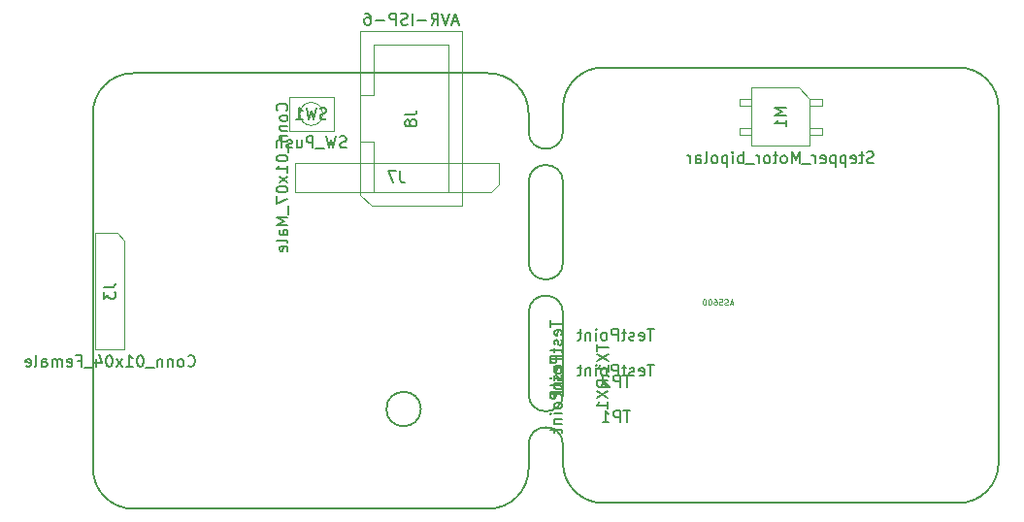
<source format=gbr>
%TF.GenerationSoftware,KiCad,Pcbnew,(5.1.8-0-10_14)*%
%TF.CreationDate,2021-08-18T13:43:03+02:00*%
%TF.ProjectId,ethersweep,65746865-7273-4776-9565-702e6b696361,2.0.1*%
%TF.SameCoordinates,Original*%
%TF.FileFunction,Other,Fab,Bot*%
%FSLAX46Y46*%
G04 Gerber Fmt 4.6, Leading zero omitted, Abs format (unit mm)*
G04 Created by KiCad (PCBNEW (5.1.8-0-10_14)) date 2021-08-18 13:43:03*
%MOMM*%
%LPD*%
G01*
G04 APERTURE LIST*
%TA.AperFunction,Profile*%
%ADD10C,0.150000*%
%TD*%
%ADD11C,0.100000*%
%ADD12C,0.150000*%
%ADD13C,0.015000*%
G04 APERTURE END LIST*
D10*
X198000000Y-81000000D02*
G75*
G02*
X201500000Y-84500000I0J-3500000D01*
G01*
X160500000Y-115500000D02*
X160500000Y-113900000D01*
X163500000Y-86600000D02*
X163500000Y-85000000D01*
X163500000Y-86600000D02*
G75*
G02*
X160500000Y-86600000I-1500000J0D01*
G01*
X163500000Y-115500000D02*
X163500000Y-113900000D01*
X160500000Y-86600000D02*
X160500000Y-85000000D01*
X160500000Y-113900000D02*
G75*
G02*
X163500000Y-113900000I1500000J0D01*
G01*
X163500000Y-98000000D02*
G75*
G02*
X160500000Y-98000000I-1500000J0D01*
G01*
X160500000Y-91000000D02*
G75*
G02*
X163500000Y-91000000I1500000J0D01*
G01*
X163500000Y-98000000D02*
X163500000Y-91000000D01*
X160500000Y-109500000D02*
X160500000Y-102400000D01*
X160500000Y-102400000D02*
G75*
G02*
X163500000Y-102400000I1500000J0D01*
G01*
X160500000Y-98000000D02*
X160500000Y-91000000D01*
X163500000Y-109500000D02*
X163500000Y-102400000D01*
X163500000Y-109500000D02*
G75*
G02*
X160500000Y-109500000I-1500000J0D01*
G01*
X160500000Y-116000000D02*
X160500000Y-115500000D01*
X163500000Y-84500000D02*
X163500000Y-85000000D01*
X151100000Y-110800000D02*
G75*
G03*
X151100000Y-110800000I-1500000J0D01*
G01*
X126000000Y-119500000D02*
G75*
G02*
X122500000Y-116000000I0J3500000D01*
G01*
X126000000Y-119500000D02*
X157000000Y-119500000D01*
X167000000Y-81000000D02*
X198000000Y-81000000D01*
X163500000Y-84500000D02*
G75*
G02*
X167000000Y-81000000I3500000J0D01*
G01*
X201500000Y-115500000D02*
G75*
G02*
X198000000Y-119000000I-3500000J0D01*
G01*
X167000000Y-119000000D02*
G75*
G02*
X163500000Y-115500000I0J3500000D01*
G01*
X167000000Y-119000000D02*
X198000000Y-119000000D01*
X201500000Y-115500000D02*
X201500000Y-84500000D01*
X122500000Y-85000000D02*
X122500000Y-116000000D01*
X160500000Y-116000000D02*
G75*
G02*
X157000000Y-119500000I-3500000J0D01*
G01*
X157000000Y-81500000D02*
G75*
G02*
X160500000Y-85000000I0J-3500000D01*
G01*
X122500000Y-85000000D02*
G75*
G02*
X126000000Y-81500000I3500000J0D01*
G01*
X157000000Y-81500000D02*
X126000000Y-81500000D01*
D11*
X145820000Y-92100000D02*
X146820000Y-93100000D01*
X146820000Y-93100000D02*
X154720000Y-93100000D01*
X154720000Y-93100000D02*
X154720000Y-77820000D01*
X154720000Y-77820000D02*
X145820000Y-77820000D01*
X145820000Y-77820000D02*
X145820000Y-92100000D01*
X145820000Y-87510000D02*
X147020000Y-87510000D01*
X147020000Y-87510000D02*
X147020000Y-91910000D01*
X147020000Y-91910000D02*
X153520000Y-91910000D01*
X153520000Y-91910000D02*
X153520000Y-79010000D01*
X153520000Y-79010000D02*
X147020000Y-79010000D01*
X147020000Y-79010000D02*
X147020000Y-83410000D01*
X147020000Y-83410000D02*
X147020000Y-83410000D01*
X147020000Y-83410000D02*
X145820000Y-83410000D01*
X125270000Y-96065000D02*
X124635000Y-95430000D01*
X125270000Y-105590000D02*
X125270000Y-96065000D01*
X122730000Y-105590000D02*
X125270000Y-105590000D01*
X122730000Y-95430000D02*
X122730000Y-105590000D01*
X124635000Y-95430000D02*
X122730000Y-95430000D01*
X178900000Y-86890000D02*
X179960000Y-86890000D01*
X178900000Y-86250000D02*
X178900000Y-86890000D01*
X179960000Y-86250000D02*
X178900000Y-86250000D01*
X186100000Y-86890000D02*
X185040000Y-86890000D01*
X186100000Y-86250000D02*
X186100000Y-86890000D01*
X185040000Y-86250000D02*
X186100000Y-86250000D01*
X178900000Y-84350000D02*
X179960000Y-84350000D01*
X178900000Y-83710000D02*
X178900000Y-84350000D01*
X179960000Y-83710000D02*
X178900000Y-83710000D01*
X186100000Y-84350000D02*
X185040000Y-84350000D01*
X186100000Y-83710000D02*
X186100000Y-84350000D01*
X185040000Y-83710000D02*
X186100000Y-83710000D01*
X179960000Y-82760000D02*
X179960000Y-87840000D01*
X185040000Y-83710000D02*
X184090000Y-82760000D01*
X185040000Y-87840000D02*
X185040000Y-83710000D01*
X184090000Y-82760000D02*
X179960000Y-82760000D01*
X179960000Y-87840000D02*
X185040000Y-87840000D01*
X139600000Y-83600000D02*
X139600000Y-86500000D01*
X143500000Y-83600000D02*
X139600000Y-83600000D01*
X143500000Y-86500000D02*
X143500000Y-83600000D01*
X139600000Y-86500000D02*
X143500000Y-86500000D01*
X142550000Y-85050000D02*
G75*
G03*
X142550000Y-85050000I-1000000J0D01*
G01*
X157235000Y-91870000D02*
X157870000Y-91235000D01*
X140090000Y-91870000D02*
X157235000Y-91870000D01*
X140090000Y-89330000D02*
X140090000Y-91870000D01*
X157870000Y-89330000D02*
X140090000Y-89330000D01*
X157870000Y-91235000D02*
X157870000Y-89330000D01*
D12*
X154365238Y-76986666D02*
X153889047Y-76986666D01*
X154460476Y-77272380D02*
X154127142Y-76272380D01*
X153793809Y-77272380D01*
X153603333Y-76272380D02*
X153270000Y-77272380D01*
X152936666Y-76272380D01*
X152031904Y-77272380D02*
X152365238Y-76796190D01*
X152603333Y-77272380D02*
X152603333Y-76272380D01*
X152222380Y-76272380D01*
X152127142Y-76320000D01*
X152079523Y-76367619D01*
X152031904Y-76462857D01*
X152031904Y-76605714D01*
X152079523Y-76700952D01*
X152127142Y-76748571D01*
X152222380Y-76796190D01*
X152603333Y-76796190D01*
X151603333Y-76891428D02*
X150841428Y-76891428D01*
X150365238Y-77272380D02*
X150365238Y-76272380D01*
X149936666Y-77224761D02*
X149793809Y-77272380D01*
X149555714Y-77272380D01*
X149460476Y-77224761D01*
X149412857Y-77177142D01*
X149365238Y-77081904D01*
X149365238Y-76986666D01*
X149412857Y-76891428D01*
X149460476Y-76843809D01*
X149555714Y-76796190D01*
X149746190Y-76748571D01*
X149841428Y-76700952D01*
X149889047Y-76653333D01*
X149936666Y-76558095D01*
X149936666Y-76462857D01*
X149889047Y-76367619D01*
X149841428Y-76320000D01*
X149746190Y-76272380D01*
X149508095Y-76272380D01*
X149365238Y-76320000D01*
X148936666Y-77272380D02*
X148936666Y-76272380D01*
X148555714Y-76272380D01*
X148460476Y-76320000D01*
X148412857Y-76367619D01*
X148365238Y-76462857D01*
X148365238Y-76605714D01*
X148412857Y-76700952D01*
X148460476Y-76748571D01*
X148555714Y-76796190D01*
X148936666Y-76796190D01*
X147936666Y-76891428D02*
X147174761Y-76891428D01*
X146270000Y-76272380D02*
X146460476Y-76272380D01*
X146555714Y-76320000D01*
X146603333Y-76367619D01*
X146698571Y-76510476D01*
X146746190Y-76700952D01*
X146746190Y-77081904D01*
X146698571Y-77177142D01*
X146650952Y-77224761D01*
X146555714Y-77272380D01*
X146365238Y-77272380D01*
X146270000Y-77224761D01*
X146222380Y-77177142D01*
X146174761Y-77081904D01*
X146174761Y-76843809D01*
X146222380Y-76748571D01*
X146270000Y-76700952D01*
X146365238Y-76653333D01*
X146555714Y-76653333D01*
X146650952Y-76700952D01*
X146698571Y-76748571D01*
X146746190Y-76843809D01*
X149722380Y-85126666D02*
X150436666Y-85126666D01*
X150579523Y-85079047D01*
X150674761Y-84983809D01*
X150722380Y-84840952D01*
X150722380Y-84745714D01*
X150150952Y-85745714D02*
X150103333Y-85650476D01*
X150055714Y-85602857D01*
X149960476Y-85555238D01*
X149912857Y-85555238D01*
X149817619Y-85602857D01*
X149770000Y-85650476D01*
X149722380Y-85745714D01*
X149722380Y-85936190D01*
X149770000Y-86031428D01*
X149817619Y-86079047D01*
X149912857Y-86126666D01*
X149960476Y-86126666D01*
X150055714Y-86079047D01*
X150103333Y-86031428D01*
X150150952Y-85936190D01*
X150150952Y-85745714D01*
X150198571Y-85650476D01*
X150246190Y-85602857D01*
X150341428Y-85555238D01*
X150531904Y-85555238D01*
X150627142Y-85602857D01*
X150674761Y-85650476D01*
X150722380Y-85745714D01*
X150722380Y-85936190D01*
X150674761Y-86031428D01*
X150627142Y-86079047D01*
X150531904Y-86126666D01*
X150341428Y-86126666D01*
X150246190Y-86079047D01*
X150198571Y-86031428D01*
X150150952Y-85936190D01*
X130785714Y-107007142D02*
X130833333Y-107054761D01*
X130976190Y-107102380D01*
X131071428Y-107102380D01*
X131214285Y-107054761D01*
X131309523Y-106959523D01*
X131357142Y-106864285D01*
X131404761Y-106673809D01*
X131404761Y-106530952D01*
X131357142Y-106340476D01*
X131309523Y-106245238D01*
X131214285Y-106150000D01*
X131071428Y-106102380D01*
X130976190Y-106102380D01*
X130833333Y-106150000D01*
X130785714Y-106197619D01*
X130214285Y-107102380D02*
X130309523Y-107054761D01*
X130357142Y-107007142D01*
X130404761Y-106911904D01*
X130404761Y-106626190D01*
X130357142Y-106530952D01*
X130309523Y-106483333D01*
X130214285Y-106435714D01*
X130071428Y-106435714D01*
X129976190Y-106483333D01*
X129928571Y-106530952D01*
X129880952Y-106626190D01*
X129880952Y-106911904D01*
X129928571Y-107007142D01*
X129976190Y-107054761D01*
X130071428Y-107102380D01*
X130214285Y-107102380D01*
X129452380Y-106435714D02*
X129452380Y-107102380D01*
X129452380Y-106530952D02*
X129404761Y-106483333D01*
X129309523Y-106435714D01*
X129166666Y-106435714D01*
X129071428Y-106483333D01*
X129023809Y-106578571D01*
X129023809Y-107102380D01*
X128547619Y-106435714D02*
X128547619Y-107102380D01*
X128547619Y-106530952D02*
X128500000Y-106483333D01*
X128404761Y-106435714D01*
X128261904Y-106435714D01*
X128166666Y-106483333D01*
X128119047Y-106578571D01*
X128119047Y-107102380D01*
X127880952Y-107197619D02*
X127119047Y-107197619D01*
X126690476Y-106102380D02*
X126595238Y-106102380D01*
X126500000Y-106150000D01*
X126452380Y-106197619D01*
X126404761Y-106292857D01*
X126357142Y-106483333D01*
X126357142Y-106721428D01*
X126404761Y-106911904D01*
X126452380Y-107007142D01*
X126500000Y-107054761D01*
X126595238Y-107102380D01*
X126690476Y-107102380D01*
X126785714Y-107054761D01*
X126833333Y-107007142D01*
X126880952Y-106911904D01*
X126928571Y-106721428D01*
X126928571Y-106483333D01*
X126880952Y-106292857D01*
X126833333Y-106197619D01*
X126785714Y-106150000D01*
X126690476Y-106102380D01*
X125404761Y-107102380D02*
X125976190Y-107102380D01*
X125690476Y-107102380D02*
X125690476Y-106102380D01*
X125785714Y-106245238D01*
X125880952Y-106340476D01*
X125976190Y-106388095D01*
X125071428Y-107102380D02*
X124547619Y-106435714D01*
X125071428Y-106435714D02*
X124547619Y-107102380D01*
X123976190Y-106102380D02*
X123880952Y-106102380D01*
X123785714Y-106150000D01*
X123738095Y-106197619D01*
X123690476Y-106292857D01*
X123642857Y-106483333D01*
X123642857Y-106721428D01*
X123690476Y-106911904D01*
X123738095Y-107007142D01*
X123785714Y-107054761D01*
X123880952Y-107102380D01*
X123976190Y-107102380D01*
X124071428Y-107054761D01*
X124119047Y-107007142D01*
X124166666Y-106911904D01*
X124214285Y-106721428D01*
X124214285Y-106483333D01*
X124166666Y-106292857D01*
X124119047Y-106197619D01*
X124071428Y-106150000D01*
X123976190Y-106102380D01*
X122785714Y-106435714D02*
X122785714Y-107102380D01*
X123023809Y-106054761D02*
X123261904Y-106769047D01*
X122642857Y-106769047D01*
X122500000Y-107197619D02*
X121738095Y-107197619D01*
X121166666Y-106578571D02*
X121500000Y-106578571D01*
X121500000Y-107102380D02*
X121500000Y-106102380D01*
X121023809Y-106102380D01*
X120261904Y-107054761D02*
X120357142Y-107102380D01*
X120547619Y-107102380D01*
X120642857Y-107054761D01*
X120690476Y-106959523D01*
X120690476Y-106578571D01*
X120642857Y-106483333D01*
X120547619Y-106435714D01*
X120357142Y-106435714D01*
X120261904Y-106483333D01*
X120214285Y-106578571D01*
X120214285Y-106673809D01*
X120690476Y-106769047D01*
X119785714Y-107102380D02*
X119785714Y-106435714D01*
X119785714Y-106530952D02*
X119738095Y-106483333D01*
X119642857Y-106435714D01*
X119500000Y-106435714D01*
X119404761Y-106483333D01*
X119357142Y-106578571D01*
X119357142Y-107102380D01*
X119357142Y-106578571D02*
X119309523Y-106483333D01*
X119214285Y-106435714D01*
X119071428Y-106435714D01*
X118976190Y-106483333D01*
X118928571Y-106578571D01*
X118928571Y-107102380D01*
X118023809Y-107102380D02*
X118023809Y-106578571D01*
X118071428Y-106483333D01*
X118166666Y-106435714D01*
X118357142Y-106435714D01*
X118452380Y-106483333D01*
X118023809Y-107054761D02*
X118119047Y-107102380D01*
X118357142Y-107102380D01*
X118452380Y-107054761D01*
X118500000Y-106959523D01*
X118500000Y-106864285D01*
X118452380Y-106769047D01*
X118357142Y-106721428D01*
X118119047Y-106721428D01*
X118023809Y-106673809D01*
X117404761Y-107102380D02*
X117500000Y-107054761D01*
X117547619Y-106959523D01*
X117547619Y-106102380D01*
X116642857Y-107054761D02*
X116738095Y-107102380D01*
X116928571Y-107102380D01*
X117023809Y-107054761D01*
X117071428Y-106959523D01*
X117071428Y-106578571D01*
X117023809Y-106483333D01*
X116928571Y-106435714D01*
X116738095Y-106435714D01*
X116642857Y-106483333D01*
X116595238Y-106578571D01*
X116595238Y-106673809D01*
X117071428Y-106769047D01*
X123452380Y-100176666D02*
X124166666Y-100176666D01*
X124309523Y-100129047D01*
X124404761Y-100033809D01*
X124452380Y-99890952D01*
X124452380Y-99795714D01*
X123452380Y-100557619D02*
X123452380Y-101176666D01*
X123833333Y-100843333D01*
X123833333Y-100986190D01*
X123880952Y-101081428D01*
X123928571Y-101129047D01*
X124023809Y-101176666D01*
X124261904Y-101176666D01*
X124357142Y-101129047D01*
X124404761Y-101081428D01*
X124452380Y-100986190D01*
X124452380Y-100700476D01*
X124404761Y-100605238D01*
X124357142Y-100557619D01*
X190595238Y-89304761D02*
X190452380Y-89352380D01*
X190214285Y-89352380D01*
X190119047Y-89304761D01*
X190071428Y-89257142D01*
X190023809Y-89161904D01*
X190023809Y-89066666D01*
X190071428Y-88971428D01*
X190119047Y-88923809D01*
X190214285Y-88876190D01*
X190404761Y-88828571D01*
X190500000Y-88780952D01*
X190547619Y-88733333D01*
X190595238Y-88638095D01*
X190595238Y-88542857D01*
X190547619Y-88447619D01*
X190500000Y-88400000D01*
X190404761Y-88352380D01*
X190166666Y-88352380D01*
X190023809Y-88400000D01*
X189738095Y-88685714D02*
X189357142Y-88685714D01*
X189595238Y-88352380D02*
X189595238Y-89209523D01*
X189547619Y-89304761D01*
X189452380Y-89352380D01*
X189357142Y-89352380D01*
X188642857Y-89304761D02*
X188738095Y-89352380D01*
X188928571Y-89352380D01*
X189023809Y-89304761D01*
X189071428Y-89209523D01*
X189071428Y-88828571D01*
X189023809Y-88733333D01*
X188928571Y-88685714D01*
X188738095Y-88685714D01*
X188642857Y-88733333D01*
X188595238Y-88828571D01*
X188595238Y-88923809D01*
X189071428Y-89019047D01*
X188166666Y-88685714D02*
X188166666Y-89685714D01*
X188166666Y-88733333D02*
X188071428Y-88685714D01*
X187880952Y-88685714D01*
X187785714Y-88733333D01*
X187738095Y-88780952D01*
X187690476Y-88876190D01*
X187690476Y-89161904D01*
X187738095Y-89257142D01*
X187785714Y-89304761D01*
X187880952Y-89352380D01*
X188071428Y-89352380D01*
X188166666Y-89304761D01*
X187261904Y-88685714D02*
X187261904Y-89685714D01*
X187261904Y-88733333D02*
X187166666Y-88685714D01*
X186976190Y-88685714D01*
X186880952Y-88733333D01*
X186833333Y-88780952D01*
X186785714Y-88876190D01*
X186785714Y-89161904D01*
X186833333Y-89257142D01*
X186880952Y-89304761D01*
X186976190Y-89352380D01*
X187166666Y-89352380D01*
X187261904Y-89304761D01*
X185976190Y-89304761D02*
X186071428Y-89352380D01*
X186261904Y-89352380D01*
X186357142Y-89304761D01*
X186404761Y-89209523D01*
X186404761Y-88828571D01*
X186357142Y-88733333D01*
X186261904Y-88685714D01*
X186071428Y-88685714D01*
X185976190Y-88733333D01*
X185928571Y-88828571D01*
X185928571Y-88923809D01*
X186404761Y-89019047D01*
X185500000Y-89352380D02*
X185500000Y-88685714D01*
X185500000Y-88876190D02*
X185452380Y-88780952D01*
X185404761Y-88733333D01*
X185309523Y-88685714D01*
X185214285Y-88685714D01*
X185119047Y-89447619D02*
X184357142Y-89447619D01*
X184119047Y-89352380D02*
X184119047Y-88352380D01*
X183785714Y-89066666D01*
X183452380Y-88352380D01*
X183452380Y-89352380D01*
X182833333Y-89352380D02*
X182928571Y-89304761D01*
X182976190Y-89257142D01*
X183023809Y-89161904D01*
X183023809Y-88876190D01*
X182976190Y-88780952D01*
X182928571Y-88733333D01*
X182833333Y-88685714D01*
X182690476Y-88685714D01*
X182595238Y-88733333D01*
X182547619Y-88780952D01*
X182500000Y-88876190D01*
X182500000Y-89161904D01*
X182547619Y-89257142D01*
X182595238Y-89304761D01*
X182690476Y-89352380D01*
X182833333Y-89352380D01*
X182214285Y-88685714D02*
X181833333Y-88685714D01*
X182071428Y-88352380D02*
X182071428Y-89209523D01*
X182023809Y-89304761D01*
X181928571Y-89352380D01*
X181833333Y-89352380D01*
X181357142Y-89352380D02*
X181452380Y-89304761D01*
X181500000Y-89257142D01*
X181547619Y-89161904D01*
X181547619Y-88876190D01*
X181500000Y-88780952D01*
X181452380Y-88733333D01*
X181357142Y-88685714D01*
X181214285Y-88685714D01*
X181119047Y-88733333D01*
X181071428Y-88780952D01*
X181023809Y-88876190D01*
X181023809Y-89161904D01*
X181071428Y-89257142D01*
X181119047Y-89304761D01*
X181214285Y-89352380D01*
X181357142Y-89352380D01*
X180595238Y-89352380D02*
X180595238Y-88685714D01*
X180595238Y-88876190D02*
X180547619Y-88780952D01*
X180500000Y-88733333D01*
X180404761Y-88685714D01*
X180309523Y-88685714D01*
X180214285Y-89447619D02*
X179452380Y-89447619D01*
X179214285Y-89352380D02*
X179214285Y-88352380D01*
X179214285Y-88733333D02*
X179119047Y-88685714D01*
X178928571Y-88685714D01*
X178833333Y-88733333D01*
X178785714Y-88780952D01*
X178738095Y-88876190D01*
X178738095Y-89161904D01*
X178785714Y-89257142D01*
X178833333Y-89304761D01*
X178928571Y-89352380D01*
X179119047Y-89352380D01*
X179214285Y-89304761D01*
X178309523Y-89352380D02*
X178309523Y-88685714D01*
X178309523Y-88352380D02*
X178357142Y-88400000D01*
X178309523Y-88447619D01*
X178261904Y-88400000D01*
X178309523Y-88352380D01*
X178309523Y-88447619D01*
X177833333Y-88685714D02*
X177833333Y-89685714D01*
X177833333Y-88733333D02*
X177738095Y-88685714D01*
X177547619Y-88685714D01*
X177452380Y-88733333D01*
X177404761Y-88780952D01*
X177357142Y-88876190D01*
X177357142Y-89161904D01*
X177404761Y-89257142D01*
X177452380Y-89304761D01*
X177547619Y-89352380D01*
X177738095Y-89352380D01*
X177833333Y-89304761D01*
X176785714Y-89352380D02*
X176880952Y-89304761D01*
X176928571Y-89257142D01*
X176976190Y-89161904D01*
X176976190Y-88876190D01*
X176928571Y-88780952D01*
X176880952Y-88733333D01*
X176785714Y-88685714D01*
X176642857Y-88685714D01*
X176547619Y-88733333D01*
X176500000Y-88780952D01*
X176452380Y-88876190D01*
X176452380Y-89161904D01*
X176500000Y-89257142D01*
X176547619Y-89304761D01*
X176642857Y-89352380D01*
X176785714Y-89352380D01*
X175880952Y-89352380D02*
X175976190Y-89304761D01*
X176023809Y-89209523D01*
X176023809Y-88352380D01*
X175071428Y-89352380D02*
X175071428Y-88828571D01*
X175119047Y-88733333D01*
X175214285Y-88685714D01*
X175404761Y-88685714D01*
X175500000Y-88733333D01*
X175071428Y-89304761D02*
X175166666Y-89352380D01*
X175404761Y-89352380D01*
X175500000Y-89304761D01*
X175547619Y-89209523D01*
X175547619Y-89114285D01*
X175500000Y-89019047D01*
X175404761Y-88971428D01*
X175166666Y-88971428D01*
X175071428Y-88923809D01*
X174595238Y-89352380D02*
X174595238Y-88685714D01*
X174595238Y-88876190D02*
X174547619Y-88780952D01*
X174500000Y-88733333D01*
X174404761Y-88685714D01*
X174309523Y-88685714D01*
X182952380Y-84490476D02*
X181952380Y-84490476D01*
X182666666Y-84823809D01*
X181952380Y-85157142D01*
X182952380Y-85157142D01*
X182952380Y-86157142D02*
X182952380Y-85585714D01*
X182952380Y-85871428D02*
X181952380Y-85871428D01*
X182095238Y-85776190D01*
X182190476Y-85680952D01*
X182238095Y-85585714D01*
X144597619Y-87954761D02*
X144454761Y-88002380D01*
X144216666Y-88002380D01*
X144121428Y-87954761D01*
X144073809Y-87907142D01*
X144026190Y-87811904D01*
X144026190Y-87716666D01*
X144073809Y-87621428D01*
X144121428Y-87573809D01*
X144216666Y-87526190D01*
X144407142Y-87478571D01*
X144502380Y-87430952D01*
X144550000Y-87383333D01*
X144597619Y-87288095D01*
X144597619Y-87192857D01*
X144550000Y-87097619D01*
X144502380Y-87050000D01*
X144407142Y-87002380D01*
X144169047Y-87002380D01*
X144026190Y-87050000D01*
X143692857Y-87002380D02*
X143454761Y-88002380D01*
X143264285Y-87288095D01*
X143073809Y-88002380D01*
X142835714Y-87002380D01*
X142692857Y-88097619D02*
X141930952Y-88097619D01*
X141692857Y-88002380D02*
X141692857Y-87002380D01*
X141311904Y-87002380D01*
X141216666Y-87050000D01*
X141169047Y-87097619D01*
X141121428Y-87192857D01*
X141121428Y-87335714D01*
X141169047Y-87430952D01*
X141216666Y-87478571D01*
X141311904Y-87526190D01*
X141692857Y-87526190D01*
X140264285Y-87335714D02*
X140264285Y-88002380D01*
X140692857Y-87335714D02*
X140692857Y-87859523D01*
X140645238Y-87954761D01*
X140550000Y-88002380D01*
X140407142Y-88002380D01*
X140311904Y-87954761D01*
X140264285Y-87907142D01*
X139835714Y-87954761D02*
X139740476Y-88002380D01*
X139550000Y-88002380D01*
X139454761Y-87954761D01*
X139407142Y-87859523D01*
X139407142Y-87811904D01*
X139454761Y-87716666D01*
X139550000Y-87669047D01*
X139692857Y-87669047D01*
X139788095Y-87621428D01*
X139835714Y-87526190D01*
X139835714Y-87478571D01*
X139788095Y-87383333D01*
X139692857Y-87335714D01*
X139550000Y-87335714D01*
X139454761Y-87383333D01*
X138978571Y-88002380D02*
X138978571Y-87002380D01*
X138550000Y-88002380D02*
X138550000Y-87478571D01*
X138597619Y-87383333D01*
X138692857Y-87335714D01*
X138835714Y-87335714D01*
X138930952Y-87383333D01*
X138978571Y-87430952D01*
X142883333Y-85454761D02*
X142740476Y-85502380D01*
X142502380Y-85502380D01*
X142407142Y-85454761D01*
X142359523Y-85407142D01*
X142311904Y-85311904D01*
X142311904Y-85216666D01*
X142359523Y-85121428D01*
X142407142Y-85073809D01*
X142502380Y-85026190D01*
X142692857Y-84978571D01*
X142788095Y-84930952D01*
X142835714Y-84883333D01*
X142883333Y-84788095D01*
X142883333Y-84692857D01*
X142835714Y-84597619D01*
X142788095Y-84550000D01*
X142692857Y-84502380D01*
X142454761Y-84502380D01*
X142311904Y-84550000D01*
X141978571Y-84502380D02*
X141740476Y-85502380D01*
X141550000Y-84788095D01*
X141359523Y-85502380D01*
X141121428Y-84502380D01*
X140216666Y-85502380D02*
X140788095Y-85502380D01*
X140502380Y-85502380D02*
X140502380Y-84502380D01*
X140597619Y-84645238D01*
X140692857Y-84740476D01*
X140788095Y-84788095D01*
D13*
X178309523Y-101583333D02*
X178071428Y-101583333D01*
X178357142Y-101726190D02*
X178190476Y-101226190D01*
X178023809Y-101726190D01*
X177880952Y-101702380D02*
X177809523Y-101726190D01*
X177690476Y-101726190D01*
X177642857Y-101702380D01*
X177619047Y-101678571D01*
X177595238Y-101630952D01*
X177595238Y-101583333D01*
X177619047Y-101535714D01*
X177642857Y-101511904D01*
X177690476Y-101488095D01*
X177785714Y-101464285D01*
X177833333Y-101440476D01*
X177857142Y-101416666D01*
X177880952Y-101369047D01*
X177880952Y-101321428D01*
X177857142Y-101273809D01*
X177833333Y-101250000D01*
X177785714Y-101226190D01*
X177666666Y-101226190D01*
X177595238Y-101250000D01*
X177142857Y-101226190D02*
X177380952Y-101226190D01*
X177404761Y-101464285D01*
X177380952Y-101440476D01*
X177333333Y-101416666D01*
X177214285Y-101416666D01*
X177166666Y-101440476D01*
X177142857Y-101464285D01*
X177119047Y-101511904D01*
X177119047Y-101630952D01*
X177142857Y-101678571D01*
X177166666Y-101702380D01*
X177214285Y-101726190D01*
X177333333Y-101726190D01*
X177380952Y-101702380D01*
X177404761Y-101678571D01*
X176690476Y-101226190D02*
X176785714Y-101226190D01*
X176833333Y-101250000D01*
X176857142Y-101273809D01*
X176904761Y-101345238D01*
X176928571Y-101440476D01*
X176928571Y-101630952D01*
X176904761Y-101678571D01*
X176880952Y-101702380D01*
X176833333Y-101726190D01*
X176738095Y-101726190D01*
X176690476Y-101702380D01*
X176666666Y-101678571D01*
X176642857Y-101630952D01*
X176642857Y-101511904D01*
X176666666Y-101464285D01*
X176690476Y-101440476D01*
X176738095Y-101416666D01*
X176833333Y-101416666D01*
X176880952Y-101440476D01*
X176904761Y-101464285D01*
X176928571Y-101511904D01*
X176333333Y-101226190D02*
X176285714Y-101226190D01*
X176238095Y-101250000D01*
X176214285Y-101273809D01*
X176190476Y-101321428D01*
X176166666Y-101416666D01*
X176166666Y-101535714D01*
X176190476Y-101630952D01*
X176214285Y-101678571D01*
X176238095Y-101702380D01*
X176285714Y-101726190D01*
X176333333Y-101726190D01*
X176380952Y-101702380D01*
X176404761Y-101678571D01*
X176428571Y-101630952D01*
X176452380Y-101535714D01*
X176452380Y-101416666D01*
X176428571Y-101321428D01*
X176404761Y-101273809D01*
X176380952Y-101250000D01*
X176333333Y-101226190D01*
X175857142Y-101226190D02*
X175809523Y-101226190D01*
X175761904Y-101250000D01*
X175738095Y-101273809D01*
X175714285Y-101321428D01*
X175690476Y-101416666D01*
X175690476Y-101535714D01*
X175714285Y-101630952D01*
X175738095Y-101678571D01*
X175761904Y-101702380D01*
X175809523Y-101726190D01*
X175857142Y-101726190D01*
X175904761Y-101702380D01*
X175928571Y-101678571D01*
X175952380Y-101630952D01*
X175976190Y-101535714D01*
X175976190Y-101416666D01*
X175952380Y-101321428D01*
X175928571Y-101273809D01*
X175904761Y-101250000D01*
X175857142Y-101226190D01*
D12*
X162377379Y-106166666D02*
X162377379Y-106738095D01*
X163377379Y-106452380D02*
X162377379Y-106452380D01*
X163329760Y-107452380D02*
X163377379Y-107357142D01*
X163377379Y-107166666D01*
X163329760Y-107071428D01*
X163234522Y-107023809D01*
X162853570Y-107023809D01*
X162758332Y-107071428D01*
X162710713Y-107166666D01*
X162710713Y-107357142D01*
X162758332Y-107452380D01*
X162853570Y-107500000D01*
X162948808Y-107500000D01*
X163044046Y-107023809D01*
X163329760Y-107880952D02*
X163377379Y-107976190D01*
X163377379Y-108166666D01*
X163329760Y-108261904D01*
X163234522Y-108309523D01*
X163186903Y-108309523D01*
X163091665Y-108261904D01*
X163044046Y-108166666D01*
X163044046Y-108023809D01*
X162996427Y-107928571D01*
X162901189Y-107880952D01*
X162853570Y-107880952D01*
X162758332Y-107928571D01*
X162710713Y-108023809D01*
X162710713Y-108166666D01*
X162758332Y-108261904D01*
X162710713Y-108595238D02*
X162710713Y-108976190D01*
X162377379Y-108738095D02*
X163234522Y-108738095D01*
X163329760Y-108785714D01*
X163377379Y-108880952D01*
X163377379Y-108976190D01*
X163377379Y-109309523D02*
X162377379Y-109309523D01*
X162377379Y-109690476D01*
X162424999Y-109785714D01*
X162472618Y-109833333D01*
X162567856Y-109880952D01*
X162710713Y-109880952D01*
X162805951Y-109833333D01*
X162853570Y-109785714D01*
X162901189Y-109690476D01*
X162901189Y-109309523D01*
X163377379Y-110452380D02*
X163329760Y-110357142D01*
X163282141Y-110309523D01*
X163186903Y-110261904D01*
X162901189Y-110261904D01*
X162805951Y-110309523D01*
X162758332Y-110357142D01*
X162710713Y-110452380D01*
X162710713Y-110595238D01*
X162758332Y-110690476D01*
X162805951Y-110738095D01*
X162901189Y-110785714D01*
X163186903Y-110785714D01*
X163282141Y-110738095D01*
X163329760Y-110690476D01*
X163377379Y-110595238D01*
X163377379Y-110452380D01*
X163377379Y-111214285D02*
X162710713Y-111214285D01*
X162377379Y-111214285D02*
X162424999Y-111166666D01*
X162472618Y-111214285D01*
X162424999Y-111261904D01*
X162377379Y-111214285D01*
X162472618Y-111214285D01*
X162710713Y-111690476D02*
X163377379Y-111690476D01*
X162805951Y-111690476D02*
X162758332Y-111738095D01*
X162710713Y-111833333D01*
X162710713Y-111976190D01*
X162758332Y-112071428D01*
X162853570Y-112119047D01*
X163377379Y-112119047D01*
X162710713Y-112452380D02*
X162710713Y-112833333D01*
X162377379Y-112595238D02*
X163234522Y-112595238D01*
X163329760Y-112642857D01*
X163377379Y-112738095D01*
X163377379Y-112833333D01*
X167427379Y-108857142D02*
X166951189Y-108523809D01*
X167427379Y-108285714D02*
X166427379Y-108285714D01*
X166427379Y-108666666D01*
X166474999Y-108761904D01*
X166522618Y-108809523D01*
X166617856Y-108857142D01*
X166760713Y-108857142D01*
X166855951Y-108809523D01*
X166903570Y-108761904D01*
X166951189Y-108666666D01*
X166951189Y-108285714D01*
X166427379Y-109190476D02*
X167427379Y-109857142D01*
X166427379Y-109857142D02*
X167427379Y-109190476D01*
X167427379Y-110761904D02*
X167427379Y-110190476D01*
X167427379Y-110476190D02*
X166427379Y-110476190D01*
X166570237Y-110380952D01*
X166665475Y-110285714D01*
X166713094Y-110190476D01*
X162402380Y-103066666D02*
X162402380Y-103638095D01*
X163402380Y-103352380D02*
X162402380Y-103352380D01*
X163354761Y-104352380D02*
X163402380Y-104257142D01*
X163402380Y-104066666D01*
X163354761Y-103971428D01*
X163259523Y-103923809D01*
X162878571Y-103923809D01*
X162783333Y-103971428D01*
X162735714Y-104066666D01*
X162735714Y-104257142D01*
X162783333Y-104352380D01*
X162878571Y-104400000D01*
X162973809Y-104400000D01*
X163069047Y-103923809D01*
X163354761Y-104780952D02*
X163402380Y-104876190D01*
X163402380Y-105066666D01*
X163354761Y-105161904D01*
X163259523Y-105209523D01*
X163211904Y-105209523D01*
X163116666Y-105161904D01*
X163069047Y-105066666D01*
X163069047Y-104923809D01*
X163021428Y-104828571D01*
X162926190Y-104780952D01*
X162878571Y-104780952D01*
X162783333Y-104828571D01*
X162735714Y-104923809D01*
X162735714Y-105066666D01*
X162783333Y-105161904D01*
X162735714Y-105495238D02*
X162735714Y-105876190D01*
X162402380Y-105638095D02*
X163259523Y-105638095D01*
X163354761Y-105685714D01*
X163402380Y-105780952D01*
X163402380Y-105876190D01*
X163402380Y-106209523D02*
X162402380Y-106209523D01*
X162402380Y-106590476D01*
X162450000Y-106685714D01*
X162497619Y-106733333D01*
X162592857Y-106780952D01*
X162735714Y-106780952D01*
X162830952Y-106733333D01*
X162878571Y-106685714D01*
X162926190Y-106590476D01*
X162926190Y-106209523D01*
X163402380Y-107352380D02*
X163354761Y-107257142D01*
X163307142Y-107209523D01*
X163211904Y-107161904D01*
X162926190Y-107161904D01*
X162830952Y-107209523D01*
X162783333Y-107257142D01*
X162735714Y-107352380D01*
X162735714Y-107495238D01*
X162783333Y-107590476D01*
X162830952Y-107638095D01*
X162926190Y-107685714D01*
X163211904Y-107685714D01*
X163307142Y-107638095D01*
X163354761Y-107590476D01*
X163402380Y-107495238D01*
X163402380Y-107352380D01*
X163402380Y-108114285D02*
X162735714Y-108114285D01*
X162402380Y-108114285D02*
X162450000Y-108066666D01*
X162497619Y-108114285D01*
X162450000Y-108161904D01*
X162402380Y-108114285D01*
X162497619Y-108114285D01*
X162735714Y-108590476D02*
X163402380Y-108590476D01*
X162830952Y-108590476D02*
X162783333Y-108638095D01*
X162735714Y-108733333D01*
X162735714Y-108876190D01*
X162783333Y-108971428D01*
X162878571Y-109019047D01*
X163402380Y-109019047D01*
X162735714Y-109352380D02*
X162735714Y-109733333D01*
X162402380Y-109495238D02*
X163259523Y-109495238D01*
X163354761Y-109542857D01*
X163402380Y-109638095D01*
X163402380Y-109733333D01*
X166452380Y-105161904D02*
X166452380Y-105733333D01*
X167452380Y-105447619D02*
X166452380Y-105447619D01*
X166452380Y-105971428D02*
X167452380Y-106638095D01*
X166452380Y-106638095D02*
X167452380Y-105971428D01*
X167452380Y-107542857D02*
X167452380Y-106971428D01*
X167452380Y-107257142D02*
X166452380Y-107257142D01*
X166595238Y-107161904D01*
X166690476Y-107066666D01*
X166738095Y-106971428D01*
X171433333Y-106902380D02*
X170861904Y-106902380D01*
X171147619Y-107902380D02*
X171147619Y-106902380D01*
X170147619Y-107854761D02*
X170242857Y-107902380D01*
X170433333Y-107902380D01*
X170528571Y-107854761D01*
X170576190Y-107759523D01*
X170576190Y-107378571D01*
X170528571Y-107283333D01*
X170433333Y-107235714D01*
X170242857Y-107235714D01*
X170147619Y-107283333D01*
X170100000Y-107378571D01*
X170100000Y-107473809D01*
X170576190Y-107569047D01*
X169719047Y-107854761D02*
X169623809Y-107902380D01*
X169433333Y-107902380D01*
X169338095Y-107854761D01*
X169290476Y-107759523D01*
X169290476Y-107711904D01*
X169338095Y-107616666D01*
X169433333Y-107569047D01*
X169576190Y-107569047D01*
X169671428Y-107521428D01*
X169719047Y-107426190D01*
X169719047Y-107378571D01*
X169671428Y-107283333D01*
X169576190Y-107235714D01*
X169433333Y-107235714D01*
X169338095Y-107283333D01*
X169004761Y-107235714D02*
X168623809Y-107235714D01*
X168861904Y-106902380D02*
X168861904Y-107759523D01*
X168814285Y-107854761D01*
X168719047Y-107902380D01*
X168623809Y-107902380D01*
X168290476Y-107902380D02*
X168290476Y-106902380D01*
X167909523Y-106902380D01*
X167814285Y-106950000D01*
X167766666Y-106997619D01*
X167719047Y-107092857D01*
X167719047Y-107235714D01*
X167766666Y-107330952D01*
X167814285Y-107378571D01*
X167909523Y-107426190D01*
X168290476Y-107426190D01*
X167147619Y-107902380D02*
X167242857Y-107854761D01*
X167290476Y-107807142D01*
X167338095Y-107711904D01*
X167338095Y-107426190D01*
X167290476Y-107330952D01*
X167242857Y-107283333D01*
X167147619Y-107235714D01*
X167004761Y-107235714D01*
X166909523Y-107283333D01*
X166861904Y-107330952D01*
X166814285Y-107426190D01*
X166814285Y-107711904D01*
X166861904Y-107807142D01*
X166909523Y-107854761D01*
X167004761Y-107902380D01*
X167147619Y-107902380D01*
X166385714Y-107902380D02*
X166385714Y-107235714D01*
X166385714Y-106902380D02*
X166433333Y-106950000D01*
X166385714Y-106997619D01*
X166338095Y-106950000D01*
X166385714Y-106902380D01*
X166385714Y-106997619D01*
X165909523Y-107235714D02*
X165909523Y-107902380D01*
X165909523Y-107330952D02*
X165861904Y-107283333D01*
X165766666Y-107235714D01*
X165623809Y-107235714D01*
X165528571Y-107283333D01*
X165480952Y-107378571D01*
X165480952Y-107902380D01*
X165147619Y-107235714D02*
X164766666Y-107235714D01*
X165004761Y-106902380D02*
X165004761Y-107759523D01*
X164957142Y-107854761D01*
X164861904Y-107902380D01*
X164766666Y-107902380D01*
X169361904Y-110952380D02*
X168790476Y-110952380D01*
X169076190Y-111952380D02*
X169076190Y-110952380D01*
X168457142Y-111952380D02*
X168457142Y-110952380D01*
X168076190Y-110952380D01*
X167980952Y-111000000D01*
X167933333Y-111047619D01*
X167885714Y-111142857D01*
X167885714Y-111285714D01*
X167933333Y-111380952D01*
X167980952Y-111428571D01*
X168076190Y-111476190D01*
X168457142Y-111476190D01*
X166933333Y-111952380D02*
X167504761Y-111952380D01*
X167219047Y-111952380D02*
X167219047Y-110952380D01*
X167314285Y-111095238D01*
X167409523Y-111190476D01*
X167504761Y-111238095D01*
X171433333Y-103802380D02*
X170861904Y-103802380D01*
X171147619Y-104802380D02*
X171147619Y-103802380D01*
X170147619Y-104754761D02*
X170242857Y-104802380D01*
X170433333Y-104802380D01*
X170528571Y-104754761D01*
X170576190Y-104659523D01*
X170576190Y-104278571D01*
X170528571Y-104183333D01*
X170433333Y-104135714D01*
X170242857Y-104135714D01*
X170147619Y-104183333D01*
X170100000Y-104278571D01*
X170100000Y-104373809D01*
X170576190Y-104469047D01*
X169719047Y-104754761D02*
X169623809Y-104802380D01*
X169433333Y-104802380D01*
X169338095Y-104754761D01*
X169290476Y-104659523D01*
X169290476Y-104611904D01*
X169338095Y-104516666D01*
X169433333Y-104469047D01*
X169576190Y-104469047D01*
X169671428Y-104421428D01*
X169719047Y-104326190D01*
X169719047Y-104278571D01*
X169671428Y-104183333D01*
X169576190Y-104135714D01*
X169433333Y-104135714D01*
X169338095Y-104183333D01*
X169004761Y-104135714D02*
X168623809Y-104135714D01*
X168861904Y-103802380D02*
X168861904Y-104659523D01*
X168814285Y-104754761D01*
X168719047Y-104802380D01*
X168623809Y-104802380D01*
X168290476Y-104802380D02*
X168290476Y-103802380D01*
X167909523Y-103802380D01*
X167814285Y-103850000D01*
X167766666Y-103897619D01*
X167719047Y-103992857D01*
X167719047Y-104135714D01*
X167766666Y-104230952D01*
X167814285Y-104278571D01*
X167909523Y-104326190D01*
X168290476Y-104326190D01*
X167147619Y-104802380D02*
X167242857Y-104754761D01*
X167290476Y-104707142D01*
X167338095Y-104611904D01*
X167338095Y-104326190D01*
X167290476Y-104230952D01*
X167242857Y-104183333D01*
X167147619Y-104135714D01*
X167004761Y-104135714D01*
X166909523Y-104183333D01*
X166861904Y-104230952D01*
X166814285Y-104326190D01*
X166814285Y-104611904D01*
X166861904Y-104707142D01*
X166909523Y-104754761D01*
X167004761Y-104802380D01*
X167147619Y-104802380D01*
X166385714Y-104802380D02*
X166385714Y-104135714D01*
X166385714Y-103802380D02*
X166433333Y-103850000D01*
X166385714Y-103897619D01*
X166338095Y-103850000D01*
X166385714Y-103802380D01*
X166385714Y-103897619D01*
X165909523Y-104135714D02*
X165909523Y-104802380D01*
X165909523Y-104230952D02*
X165861904Y-104183333D01*
X165766666Y-104135714D01*
X165623809Y-104135714D01*
X165528571Y-104183333D01*
X165480952Y-104278571D01*
X165480952Y-104802380D01*
X165147619Y-104135714D02*
X164766666Y-104135714D01*
X165004761Y-103802380D02*
X165004761Y-104659523D01*
X164957142Y-104754761D01*
X164861904Y-104802380D01*
X164766666Y-104802380D01*
X169361904Y-107852380D02*
X168790476Y-107852380D01*
X169076190Y-108852380D02*
X169076190Y-107852380D01*
X168457142Y-108852380D02*
X168457142Y-107852380D01*
X168076190Y-107852380D01*
X167980952Y-107900000D01*
X167933333Y-107947619D01*
X167885714Y-108042857D01*
X167885714Y-108185714D01*
X167933333Y-108280952D01*
X167980952Y-108328571D01*
X168076190Y-108376190D01*
X168457142Y-108376190D01*
X167504761Y-107947619D02*
X167457142Y-107900000D01*
X167361904Y-107852380D01*
X167123809Y-107852380D01*
X167028571Y-107900000D01*
X166980952Y-107947619D01*
X166933333Y-108042857D01*
X166933333Y-108138095D01*
X166980952Y-108280952D01*
X167552380Y-108852380D01*
X166933333Y-108852380D01*
X139387142Y-84766666D02*
X139434761Y-84719047D01*
X139482380Y-84576190D01*
X139482380Y-84480952D01*
X139434761Y-84338095D01*
X139339523Y-84242857D01*
X139244285Y-84195238D01*
X139053809Y-84147619D01*
X138910952Y-84147619D01*
X138720476Y-84195238D01*
X138625238Y-84242857D01*
X138530000Y-84338095D01*
X138482380Y-84480952D01*
X138482380Y-84576190D01*
X138530000Y-84719047D01*
X138577619Y-84766666D01*
X139482380Y-85338095D02*
X139434761Y-85242857D01*
X139387142Y-85195238D01*
X139291904Y-85147619D01*
X139006190Y-85147619D01*
X138910952Y-85195238D01*
X138863333Y-85242857D01*
X138815714Y-85338095D01*
X138815714Y-85480952D01*
X138863333Y-85576190D01*
X138910952Y-85623809D01*
X139006190Y-85671428D01*
X139291904Y-85671428D01*
X139387142Y-85623809D01*
X139434761Y-85576190D01*
X139482380Y-85480952D01*
X139482380Y-85338095D01*
X138815714Y-86100000D02*
X139482380Y-86100000D01*
X138910952Y-86100000D02*
X138863333Y-86147619D01*
X138815714Y-86242857D01*
X138815714Y-86385714D01*
X138863333Y-86480952D01*
X138958571Y-86528571D01*
X139482380Y-86528571D01*
X138815714Y-87004761D02*
X139482380Y-87004761D01*
X138910952Y-87004761D02*
X138863333Y-87052380D01*
X138815714Y-87147619D01*
X138815714Y-87290476D01*
X138863333Y-87385714D01*
X138958571Y-87433333D01*
X139482380Y-87433333D01*
X139577619Y-87671428D02*
X139577619Y-88433333D01*
X138482380Y-88861904D02*
X138482380Y-88957142D01*
X138530000Y-89052380D01*
X138577619Y-89100000D01*
X138672857Y-89147619D01*
X138863333Y-89195238D01*
X139101428Y-89195238D01*
X139291904Y-89147619D01*
X139387142Y-89100000D01*
X139434761Y-89052380D01*
X139482380Y-88957142D01*
X139482380Y-88861904D01*
X139434761Y-88766666D01*
X139387142Y-88719047D01*
X139291904Y-88671428D01*
X139101428Y-88623809D01*
X138863333Y-88623809D01*
X138672857Y-88671428D01*
X138577619Y-88719047D01*
X138530000Y-88766666D01*
X138482380Y-88861904D01*
X139482380Y-90147619D02*
X139482380Y-89576190D01*
X139482380Y-89861904D02*
X138482380Y-89861904D01*
X138625238Y-89766666D01*
X138720476Y-89671428D01*
X138768095Y-89576190D01*
X139482380Y-90480952D02*
X138815714Y-91004761D01*
X138815714Y-90480952D02*
X139482380Y-91004761D01*
X138482380Y-91576190D02*
X138482380Y-91671428D01*
X138530000Y-91766666D01*
X138577619Y-91814285D01*
X138672857Y-91861904D01*
X138863333Y-91909523D01*
X139101428Y-91909523D01*
X139291904Y-91861904D01*
X139387142Y-91814285D01*
X139434761Y-91766666D01*
X139482380Y-91671428D01*
X139482380Y-91576190D01*
X139434761Y-91480952D01*
X139387142Y-91433333D01*
X139291904Y-91385714D01*
X139101428Y-91338095D01*
X138863333Y-91338095D01*
X138672857Y-91385714D01*
X138577619Y-91433333D01*
X138530000Y-91480952D01*
X138482380Y-91576190D01*
X138482380Y-92242857D02*
X138482380Y-92909523D01*
X139482380Y-92480952D01*
X139577619Y-93052380D02*
X139577619Y-93814285D01*
X139482380Y-94052380D02*
X138482380Y-94052380D01*
X139196666Y-94385714D01*
X138482380Y-94719047D01*
X139482380Y-94719047D01*
X139482380Y-95623809D02*
X138958571Y-95623809D01*
X138863333Y-95576190D01*
X138815714Y-95480952D01*
X138815714Y-95290476D01*
X138863333Y-95195238D01*
X139434761Y-95623809D02*
X139482380Y-95528571D01*
X139482380Y-95290476D01*
X139434761Y-95195238D01*
X139339523Y-95147619D01*
X139244285Y-95147619D01*
X139149047Y-95195238D01*
X139101428Y-95290476D01*
X139101428Y-95528571D01*
X139053809Y-95623809D01*
X139482380Y-96242857D02*
X139434761Y-96147619D01*
X139339523Y-96100000D01*
X138482380Y-96100000D01*
X139434761Y-97004761D02*
X139482380Y-96909523D01*
X139482380Y-96719047D01*
X139434761Y-96623809D01*
X139339523Y-96576190D01*
X138958571Y-96576190D01*
X138863333Y-96623809D01*
X138815714Y-96719047D01*
X138815714Y-96909523D01*
X138863333Y-97004761D01*
X138958571Y-97052380D01*
X139053809Y-97052380D01*
X139149047Y-96576190D01*
X149313333Y-90052380D02*
X149313333Y-90766666D01*
X149360952Y-90909523D01*
X149456190Y-91004761D01*
X149599047Y-91052380D01*
X149694285Y-91052380D01*
X148932380Y-90052380D02*
X148265714Y-90052380D01*
X148694285Y-91052380D01*
M02*

</source>
